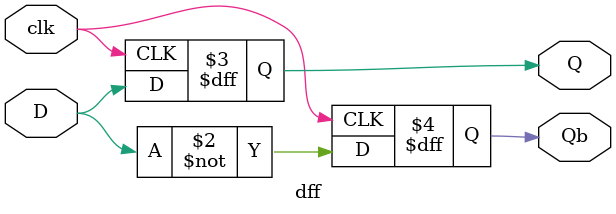
<source format=v>
module dff(D,clk,Q,Qb);
  input D,clk;
  output Q,Qb;
  reg Q,Qb;

  always @(posedge clk)
  begin
    Q<=D;
    Qb<=(~D);
  end
endmodule

</source>
